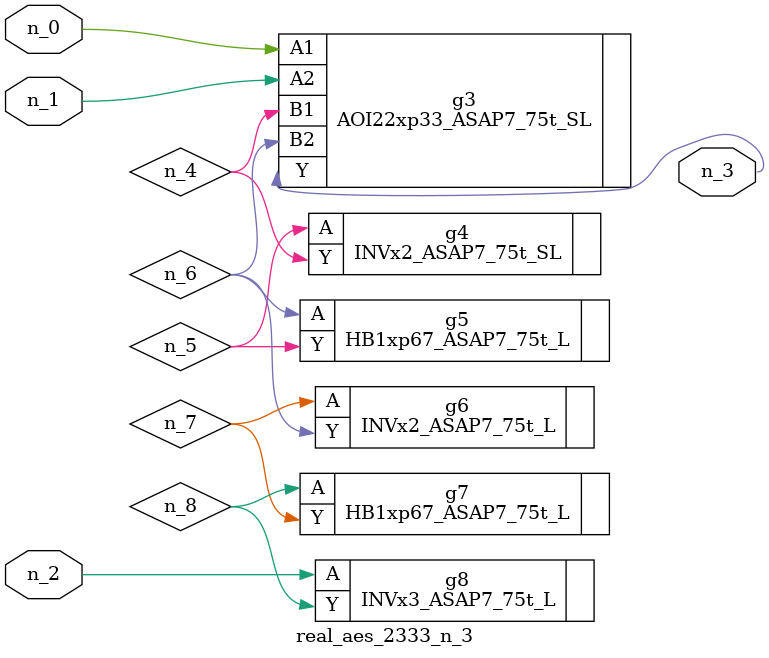
<source format=v>
module real_aes_2333_n_3 (n_0, n_2, n_1, n_3);
input n_0;
input n_2;
input n_1;
output n_3;
wire n_4;
wire n_5;
wire n_7;
wire n_8;
wire n_6;
AOI22xp33_ASAP7_75t_SL g3 ( .A1(n_0), .A2(n_1), .B1(n_4), .B2(n_6), .Y(n_3) );
INVx3_ASAP7_75t_L g8 ( .A(n_2), .Y(n_8) );
INVx2_ASAP7_75t_SL g4 ( .A(n_5), .Y(n_4) );
HB1xp67_ASAP7_75t_L g5 ( .A(n_6), .Y(n_5) );
INVx2_ASAP7_75t_L g6 ( .A(n_7), .Y(n_6) );
HB1xp67_ASAP7_75t_L g7 ( .A(n_8), .Y(n_7) );
endmodule
</source>
